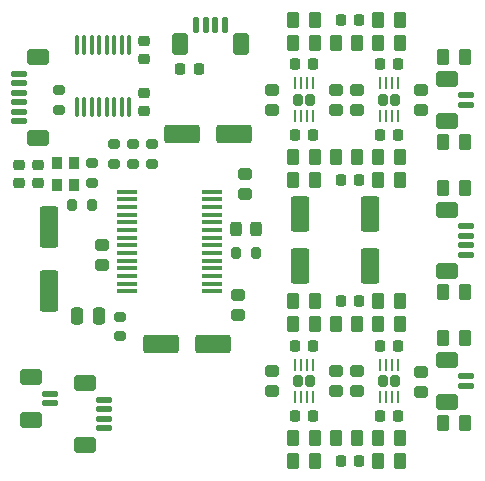
<source format=gbr>
%TF.GenerationSoftware,KiCad,Pcbnew,8.0.3*%
%TF.CreationDate,2024-07-17T22:13:45+02:00*%
%TF.ProjectId,HiFiDAC,48694669-4441-4432-9e6b-696361645f70,rev?*%
%TF.SameCoordinates,Original*%
%TF.FileFunction,Paste,Top*%
%TF.FilePolarity,Positive*%
%FSLAX46Y46*%
G04 Gerber Fmt 4.6, Leading zero omitted, Abs format (unit mm)*
G04 Created by KiCad (PCBNEW 8.0.3) date 2024-07-17 22:13:45*
%MOMM*%
%LPD*%
G01*
G04 APERTURE LIST*
G04 Aperture macros list*
%AMRoundRect*
0 Rectangle with rounded corners*
0 $1 Rounding radius*
0 $2 $3 $4 $5 $6 $7 $8 $9 X,Y pos of 4 corners*
0 Add a 4 corners polygon primitive as box body*
4,1,4,$2,$3,$4,$5,$6,$7,$8,$9,$2,$3,0*
0 Add four circle primitives for the rounded corners*
1,1,$1+$1,$2,$3*
1,1,$1+$1,$4,$5*
1,1,$1+$1,$6,$7*
1,1,$1+$1,$8,$9*
0 Add four rect primitives between the rounded corners*
20,1,$1+$1,$2,$3,$4,$5,0*
20,1,$1+$1,$4,$5,$6,$7,0*
20,1,$1+$1,$6,$7,$8,$9,0*
20,1,$1+$1,$8,$9,$2,$3,0*%
G04 Aperture macros list end*
%ADD10RoundRect,0.100000X-0.100000X0.712500X-0.100000X-0.712500X0.100000X-0.712500X0.100000X0.712500X0*%
%ADD11R,0.950000X1.050000*%
%ADD12RoundRect,0.200000X0.275000X-0.200000X0.275000X0.200000X-0.275000X0.200000X-0.275000X-0.200000X0*%
%ADD13RoundRect,0.200000X-0.275000X0.200000X-0.275000X-0.200000X0.275000X-0.200000X0.275000X0.200000X0*%
%ADD14RoundRect,0.200000X-0.200000X-0.275000X0.200000X-0.275000X0.200000X0.275000X-0.200000X0.275000X0*%
%ADD15RoundRect,0.125000X-0.125000X-0.525000X0.125000X-0.525000X0.125000X0.525000X-0.125000X0.525000X0*%
%ADD16RoundRect,0.350000X-0.350000X-0.600000X0.350000X-0.600000X0.350000X0.600000X-0.350000X0.600000X0*%
%ADD17RoundRect,0.125000X0.525000X-0.125000X0.525000X0.125000X-0.525000X0.125000X-0.525000X-0.125000X0*%
%ADD18RoundRect,0.350000X0.600000X-0.350000X0.600000X0.350000X-0.600000X0.350000X-0.600000X-0.350000X0*%
%ADD19RoundRect,0.218750X0.218750X0.256250X-0.218750X0.256250X-0.218750X-0.256250X0.218750X-0.256250X0*%
%ADD20RoundRect,0.225000X0.250000X-0.225000X0.250000X0.225000X-0.250000X0.225000X-0.250000X-0.225000X0*%
%ADD21RoundRect,0.225000X-0.250000X0.225000X-0.250000X-0.225000X0.250000X-0.225000X0.250000X0.225000X0*%
%ADD22RoundRect,0.250000X-0.250000X-0.475000X0.250000X-0.475000X0.250000X0.475000X-0.250000X0.475000X0*%
%ADD23RoundRect,0.250000X0.550000X-1.500000X0.550000X1.500000X-0.550000X1.500000X-0.550000X-1.500000X0*%
%ADD24RoundRect,0.350000X-0.600000X0.350000X-0.600000X-0.350000X0.600000X-0.350000X0.600000X0.350000X0*%
%ADD25RoundRect,0.125000X-0.525000X0.125000X-0.525000X-0.125000X0.525000X-0.125000X0.525000X0.125000X0*%
%ADD26RoundRect,0.202500X-0.202500X0.282500X-0.202500X-0.282500X0.202500X-0.282500X0.202500X0.282500X0*%
%ADD27RoundRect,0.062500X-0.062500X0.425000X-0.062500X-0.425000X0.062500X-0.425000X0.062500X0.425000X0*%
%ADD28R,1.750000X0.450000*%
%ADD29RoundRect,0.250000X0.262500X0.450000X-0.262500X0.450000X-0.262500X-0.450000X0.262500X-0.450000X0*%
%ADD30RoundRect,0.250000X-0.262500X-0.450000X0.262500X-0.450000X0.262500X0.450000X-0.262500X0.450000X0*%
%ADD31RoundRect,0.225000X-0.225000X-0.250000X0.225000X-0.250000X0.225000X0.250000X-0.225000X0.250000X0*%
%ADD32RoundRect,0.225000X0.225000X0.250000X-0.225000X0.250000X-0.225000X-0.250000X0.225000X-0.250000X0*%
%ADD33RoundRect,0.250000X-0.350000X0.250000X-0.350000X-0.250000X0.350000X-0.250000X0.350000X0.250000X0*%
%ADD34RoundRect,0.250000X-0.550000X1.250000X-0.550000X-1.250000X0.550000X-1.250000X0.550000X1.250000X0*%
%ADD35RoundRect,0.250000X0.350000X-0.250000X0.350000X0.250000X-0.350000X0.250000X-0.350000X-0.250000X0*%
%ADD36RoundRect,0.250000X0.250000X0.350000X-0.250000X0.350000X-0.250000X-0.350000X0.250000X-0.350000X0*%
%ADD37RoundRect,0.250000X1.250000X0.550000X-1.250000X0.550000X-1.250000X-0.550000X1.250000X-0.550000X0*%
G04 APERTURE END LIST*
D10*
%TO.C,U9*%
X140322500Y-88737500D03*
X139687500Y-88737500D03*
X139052500Y-88737500D03*
X138417500Y-88737500D03*
X137782500Y-88737500D03*
X137147500Y-88737500D03*
X136512500Y-88737500D03*
X135877500Y-88737500D03*
X135877500Y-83462500D03*
X136512500Y-83462500D03*
X137147500Y-83462500D03*
X137782500Y-83462500D03*
X138417500Y-83462500D03*
X139052500Y-83462500D03*
X139687500Y-83462500D03*
X140322500Y-83462500D03*
%TD*%
D11*
%TO.C,U1*%
X135625000Y-93475000D03*
X135625000Y-95325000D03*
X134175000Y-95325000D03*
X134175000Y-93475000D03*
%TD*%
D12*
%TO.C,R51*%
X139500000Y-108125000D03*
X139500000Y-106475000D03*
%TD*%
%TO.C,R48*%
X134400000Y-87275000D03*
X134400000Y-88925000D03*
%TD*%
D13*
%TO.C,R47*%
X139000000Y-91875000D03*
X139000000Y-93525000D03*
%TD*%
%TO.C,R46*%
X140600000Y-91875000D03*
X140600000Y-93525000D03*
%TD*%
%TO.C,R45*%
X142200000Y-91875000D03*
X142200000Y-93525000D03*
%TD*%
%TO.C,R4*%
X137200000Y-93475000D03*
X137200000Y-95125000D03*
%TD*%
D14*
%TO.C,R3*%
X135475000Y-97000000D03*
X137125000Y-97000000D03*
%TD*%
D15*
%TO.C,J7*%
X148400000Y-81800000D03*
X147600000Y-81800000D03*
X146800000Y-81800000D03*
X146000000Y-81800000D03*
D16*
X144600000Y-83400000D03*
X149800000Y-83400000D03*
%TD*%
D17*
%TO.C,J6*%
X131000000Y-85900000D03*
X131000000Y-86700000D03*
X131000000Y-87500000D03*
X131000000Y-88300000D03*
X131000000Y-89100000D03*
X131000000Y-89900000D03*
D18*
X132600000Y-91300000D03*
X132600000Y-84500000D03*
%TD*%
D19*
%TO.C,FB2*%
X146187500Y-85500000D03*
X144612500Y-85500000D03*
%TD*%
D20*
%TO.C,C46*%
X141600000Y-87525000D03*
X141600000Y-89075000D03*
%TD*%
D21*
%TO.C,C45*%
X141600000Y-84675000D03*
X141600000Y-83125000D03*
%TD*%
%TO.C,C13*%
X132600000Y-93625000D03*
X132600000Y-95175000D03*
%TD*%
%TO.C,C12*%
X131000000Y-93625000D03*
X131000000Y-95175000D03*
%TD*%
D22*
%TO.C,C2*%
X135850000Y-106400000D03*
X137750000Y-106400000D03*
%TD*%
D23*
%TO.C,C1*%
X133500000Y-104300000D03*
X133500000Y-98900000D03*
%TD*%
D24*
%TO.C,J1*%
X167200000Y-102600000D03*
X167200000Y-97400000D03*
D25*
X168800000Y-98800000D03*
X168800000Y-99600000D03*
X168800000Y-100400000D03*
X168800000Y-101200000D03*
%TD*%
D26*
%TO.C,U7*%
X162800000Y-111900000D03*
X161800000Y-111900000D03*
D27*
X163050000Y-110512500D03*
X162550000Y-110512500D03*
X162050000Y-110512500D03*
X161550000Y-110512500D03*
X161550000Y-113287500D03*
X162050000Y-113287500D03*
X162550000Y-113287500D03*
X163050000Y-113287500D03*
%TD*%
D26*
%TO.C,U6*%
X155600000Y-111900000D03*
X154600000Y-111900000D03*
D27*
X155850000Y-110512500D03*
X155350000Y-110512500D03*
X154850000Y-110512500D03*
X154350000Y-110512500D03*
X154350000Y-113287500D03*
X154850000Y-113287500D03*
X155350000Y-113287500D03*
X155850000Y-113287500D03*
%TD*%
D26*
%TO.C,U5*%
X162800000Y-88100000D03*
X161800000Y-88100000D03*
D27*
X163050000Y-86712500D03*
X162550000Y-86712500D03*
X162050000Y-86712500D03*
X161550000Y-86712500D03*
X161550000Y-89487500D03*
X162050000Y-89487500D03*
X162550000Y-89487500D03*
X163050000Y-89487500D03*
%TD*%
D26*
%TO.C,U4*%
X155600000Y-88100000D03*
X154600000Y-88100000D03*
D27*
X155850000Y-86712500D03*
X155350000Y-86712500D03*
X154850000Y-86712500D03*
X154350000Y-86712500D03*
X154350000Y-89487500D03*
X154850000Y-89487500D03*
X155350000Y-89487500D03*
X155850000Y-89487500D03*
%TD*%
D28*
%TO.C,U2*%
X140100000Y-95875000D03*
X140100000Y-96525000D03*
X140100000Y-97175000D03*
X140100000Y-97825000D03*
X140100000Y-98475000D03*
X140100000Y-99125000D03*
X140100000Y-99775000D03*
X140100000Y-100425000D03*
X140100000Y-101075000D03*
X140100000Y-101725000D03*
X140100000Y-102375000D03*
X140100000Y-103025000D03*
X140100000Y-103675000D03*
X140100000Y-104325000D03*
X147300000Y-104325000D03*
X147300000Y-103675000D03*
X147300000Y-103025000D03*
X147300000Y-102375000D03*
X147300000Y-101725000D03*
X147300000Y-101075000D03*
X147300000Y-100425000D03*
X147300000Y-99775000D03*
X147300000Y-99125000D03*
X147300000Y-98475000D03*
X147300000Y-97825000D03*
X147300000Y-97175000D03*
X147300000Y-96525000D03*
X147300000Y-95875000D03*
%TD*%
D29*
%TO.C,R36*%
X163212500Y-118700000D03*
X161387500Y-118700000D03*
%TD*%
D30*
%TO.C,R35*%
X157787500Y-116700000D03*
X159612500Y-116700000D03*
%TD*%
D29*
%TO.C,R34*%
X163212500Y-116700000D03*
X161387500Y-116700000D03*
%TD*%
D30*
%TO.C,R33*%
X154187500Y-118700000D03*
X156012500Y-118700000D03*
%TD*%
%TO.C,R32*%
X154187500Y-116700000D03*
X156012500Y-116700000D03*
%TD*%
D29*
%TO.C,R31*%
X163212500Y-105100000D03*
X161387500Y-105100000D03*
%TD*%
D30*
%TO.C,R30*%
X157787500Y-107100000D03*
X159612500Y-107100000D03*
%TD*%
D29*
%TO.C,R29*%
X163212500Y-107100000D03*
X161387500Y-107100000D03*
%TD*%
D30*
%TO.C,R28*%
X154187500Y-105100000D03*
X156012500Y-105100000D03*
%TD*%
%TO.C,R27*%
X154187500Y-107100000D03*
X156012500Y-107100000D03*
%TD*%
D29*
%TO.C,R26*%
X163212500Y-94900000D03*
X161387500Y-94900000D03*
%TD*%
D30*
%TO.C,R25*%
X157787500Y-92900000D03*
X159612500Y-92900000D03*
%TD*%
D29*
%TO.C,R24*%
X163212500Y-92900000D03*
X161387500Y-92900000D03*
%TD*%
D30*
%TO.C,R23*%
X154187500Y-94900000D03*
X156012500Y-94900000D03*
%TD*%
%TO.C,R22*%
X154187500Y-92900000D03*
X156012500Y-92900000D03*
%TD*%
D29*
%TO.C,R21*%
X163212500Y-81300000D03*
X161387500Y-81300000D03*
%TD*%
D30*
%TO.C,R20*%
X157787500Y-83300000D03*
X159612500Y-83300000D03*
%TD*%
D29*
%TO.C,R19*%
X163212500Y-83300000D03*
X161387500Y-83300000D03*
%TD*%
D30*
%TO.C,R18*%
X154187500Y-81300000D03*
X156012500Y-81300000D03*
%TD*%
%TO.C,R17*%
X154187500Y-83300000D03*
X156012500Y-83300000D03*
%TD*%
D14*
%TO.C,R9*%
X149375000Y-101100000D03*
X151025000Y-101100000D03*
%TD*%
D29*
%TO.C,R8*%
X168712500Y-108300000D03*
X166887500Y-108300000D03*
%TD*%
%TO.C,R7*%
X168712500Y-115500000D03*
X166887500Y-115500000D03*
%TD*%
%TO.C,R6*%
X168712500Y-84500000D03*
X166887500Y-84500000D03*
%TD*%
%TO.C,R5*%
X168712500Y-91700000D03*
X166887500Y-91700000D03*
%TD*%
%TO.C,R2*%
X168712500Y-104400000D03*
X166887500Y-104400000D03*
%TD*%
%TO.C,R1*%
X168712500Y-95600000D03*
X166887500Y-95600000D03*
%TD*%
D25*
%TO.C,J5*%
X138200000Y-115900000D03*
X138200000Y-115100000D03*
X138200000Y-114300000D03*
X138200000Y-113500000D03*
D24*
X136600000Y-112100000D03*
X136600000Y-117300000D03*
%TD*%
%TO.C,J4*%
X132000000Y-115200000D03*
X132000000Y-111600000D03*
D25*
X133600000Y-113000000D03*
X133600000Y-113800000D03*
%TD*%
%TO.C,J3*%
X168800000Y-112300000D03*
X168800000Y-111500000D03*
D24*
X167200000Y-110100000D03*
X167200000Y-113700000D03*
%TD*%
D25*
%TO.C,J2*%
X168800000Y-88500000D03*
X168800000Y-87700000D03*
D24*
X167200000Y-86300000D03*
X167200000Y-89900000D03*
%TD*%
D31*
%TO.C,C42*%
X158225000Y-118700000D03*
X159775000Y-118700000D03*
%TD*%
D32*
%TO.C,C41*%
X163075000Y-114900000D03*
X161525000Y-114900000D03*
%TD*%
D31*
%TO.C,C40*%
X154325000Y-114900000D03*
X155875000Y-114900000D03*
%TD*%
%TO.C,C39*%
X158225000Y-105100000D03*
X159775000Y-105100000D03*
%TD*%
D32*
%TO.C,C38*%
X163075000Y-108900000D03*
X161525000Y-108900000D03*
%TD*%
D31*
%TO.C,C37*%
X154325000Y-108900000D03*
X155875000Y-108900000D03*
%TD*%
D33*
%TO.C,C36*%
X159600000Y-111050000D03*
X159600000Y-112750000D03*
%TD*%
%TO.C,C35*%
X152400000Y-111050000D03*
X152400000Y-112750000D03*
%TD*%
%TO.C,C34*%
X165000000Y-111150000D03*
X165000000Y-112850000D03*
%TD*%
%TO.C,C33*%
X157800000Y-111050000D03*
X157800000Y-112750000D03*
%TD*%
D31*
%TO.C,C32*%
X158225000Y-94900000D03*
X159775000Y-94900000D03*
%TD*%
D33*
%TO.C,C31*%
X159600000Y-87250000D03*
X159600000Y-88950000D03*
%TD*%
%TO.C,C30*%
X152400000Y-87250000D03*
X152400000Y-88950000D03*
%TD*%
D32*
%TO.C,C29*%
X163075000Y-91100000D03*
X161525000Y-91100000D03*
%TD*%
D31*
%TO.C,C28*%
X154325000Y-91100000D03*
X155875000Y-91100000D03*
%TD*%
D33*
%TO.C,C27*%
X165000000Y-87250000D03*
X165000000Y-88950000D03*
%TD*%
%TO.C,C26*%
X157800000Y-87250000D03*
X157800000Y-88950000D03*
%TD*%
D31*
%TO.C,C25*%
X158225000Y-81300000D03*
X159775000Y-81300000D03*
%TD*%
D32*
%TO.C,C24*%
X163075000Y-85100000D03*
X161525000Y-85100000D03*
%TD*%
D31*
%TO.C,C23*%
X154325000Y-85100000D03*
X155875000Y-85100000D03*
%TD*%
D34*
%TO.C,C11*%
X154800000Y-97800000D03*
X154800000Y-102200000D03*
%TD*%
%TO.C,C10*%
X160700000Y-97800000D03*
X160700000Y-102200000D03*
%TD*%
D33*
%TO.C,C9*%
X149500000Y-104650000D03*
X149500000Y-106350000D03*
%TD*%
D35*
%TO.C,C8*%
X150100000Y-96050000D03*
X150100000Y-94350000D03*
%TD*%
D36*
%TO.C,C7*%
X151050000Y-99000000D03*
X149350000Y-99000000D03*
%TD*%
D35*
%TO.C,C3*%
X138000000Y-102050000D03*
X138000000Y-100350000D03*
%TD*%
D37*
%TO.C,C6*%
X147400000Y-108800000D03*
X143000000Y-108800000D03*
%TD*%
%TO.C,C5*%
X149200000Y-91000000D03*
X144800000Y-91000000D03*
%TD*%
M02*

</source>
